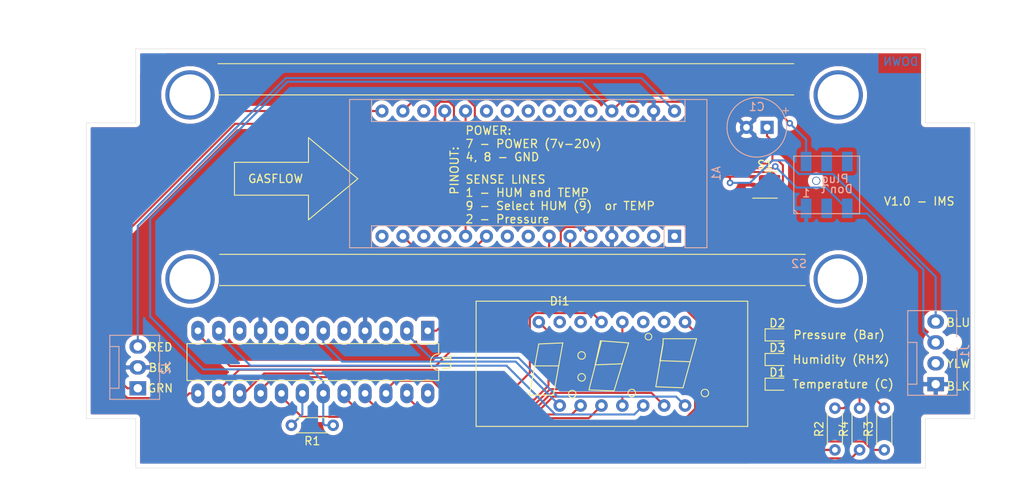
<source format=kicad_pcb>
(kicad_pcb (version 20171130) (host pcbnew "(5.1.0)-1")
  (layers (0 F.Cu signal) (31 B.Cu signal) (34 B.Paste user) (35 F.Paste user) (36 B.SilkS user) (37 F.SilkS user) (38 B.Mask user) (39 F.Mask user) (44 Edge.Cuts user))
  (net 0 "")
  (net 1 "Net-(A1-Pad1)")
  (net 2 +3V3)
  (net 3 "Net-(A1-Pad2)")
  (net 4 "Net-(A1-Pad18)")
  (net 5 "Net-(A1-Pad3)")
  (net 6 /A0)
  (net 7 GND)
  (net 8 /A1)
  (net 9 "Net-(A1-Pad5)")
  (net 10 "Net-(A1-Pad21)")
  (net 11 "Net-(A1-Pad6)")
  (net 12 "Net-(A1-Pad22)")
  (net 13 "Net-(A1-Pad7)")
  (net 14 "Net-(A1-Pad23)")
  (net 15 "Net-(A1-Pad8)")
  (net 16 "Net-(A1-Pad24)")
  (net 17 "Net-(A1-Pad9)")
  (net 18 "Net-(A1-Pad25)")
  (net 19 /D7)
  (net 20 "Net-(A1-Pad26)")
  (net 21 /D8)
  (net 22 +5V)
  (net 23 "Net-(A1-Pad12)")
  (net 24 "Net-(A1-Pad28)")
  (net 25 "Net-(A1-Pad13)")
  (net 26 /D11)
  (net 27 VCC)
  (net 28 "Net-(A1-Pad15)")
  (net 29 /D13)
  (net 30 /Di2)
  (net 31 /SE)
  (net 32 /SC)
  (net 33 /SD)
  (net 34 /Di1)
  (net 35 /SDP)
  (net 36 /Di0)
  (net 37 /SG)
  (net 38 "Net-(Di1-Pad9)")
  (net 39 "Net-(Di1-Pad10)")
  (net 40 /SB)
  (net 41 /SA)
  (net 42 "Net-(Di1-Pad13)")
  (net 43 "Net-(Di1-Pad14)")
  (net 44 /SF)
  (net 45 /YLW)
  (net 46 "Net-(R1-Pad2)")
  (net 47 "Net-(S1-Pad3)")
  (net 48 "Net-(S1-Pad4)")
  (net 49 "Net-(S2-Pad2)")
  (net 50 "Net-(S2-Pad4)")
  (net 51 "Net-(S2-Pad5)")
  (net 52 "Net-(U1-Pad3)")
  (net 53 "Net-(U1-Pad5)")
  (net 54 "Net-(U1-Pad7)")
  (net 55 "Net-(U1-Pad8)")
  (net 56 "Net-(U1-Pad10)")
  (net 57 "Net-(U1-Pad24)")
  (net 58 "Net-(D1-Pad2)")
  (net 59 "Net-(D2-Pad2)")
  (net 60 "Net-(D3-Pad2)")
  (module "00__Besi:ABPxx - LeadlessSMT" (layer B.Cu) (at 207 93.25)
    (fp_text reference S2 (at 0.635 6.096) (layer B.SilkS) (effects (justify mirror)))
    (fp_text value ABPLLNT010BGAA5)
    (fp_line (start 0 0) (end 0 -7) (layer B.SilkS) (width 0.12))
    (fp_line (start 0 -7) (end 8 -7) (layer B.SilkS) (width 0.12))
    (fp_line (start 8 -7) (end 8 0) (layer B.SilkS) (width 0.12))
    (fp_line (start 8 0) (end 0 0) (layer B.SilkS) (width 0.12))
    (fp_line (start 0 -0.5) (end 0.5 0) (layer B.SilkS) (width 0.12))
    (fp_text user 1 (at 1.5 -2.5) (layer B.SilkS) (effects (justify mirror)))
    (fp_text user Don't (at 5.25 -3) (layer B.SilkS) (effects (justify mirror)))
    (fp_text user Plug (at 5 -4.25) (layer B.SilkS) (effects (justify mirror)))
    (pad "" thru_hole circle (at 2.73 -4) (size 1 1) (drill 0.8) (layers *.Cu *.Mask))
    (pad 1 smd rect (at 1.5 0) (size 1.3 2.375) (drill (offset 0 -0.65)) (layers B.Cu B.Paste B.Mask) (net 7 GND))
    (pad 2 smd rect (at 4 0) (size 1.3 2.375) (drill (offset 0 -0.65)) (layers B.Cu B.Paste B.Mask) (net 49 "Net-(S2-Pad2)"))
    (pad 3 smd rect (at 6.5 0) (size 1.3 2.375) (drill (offset 0 -0.65)) (layers B.Cu B.Paste B.Mask) (net 8 /A1))
    (pad 4 smd rect (at 6.5 -7 180) (size 1.3 2.375) (drill (offset 0 -0.65)) (layers B.Cu B.Paste B.Mask) (net 50 "Net-(S2-Pad4)"))
    (pad 5 smd rect (at 4 -7 180) (size 1.3 2.375) (drill (offset 0 -0.65)) (layers B.Cu B.Paste B.Mask) (net 51 "Net-(S2-Pad5)"))
    (pad 6 smd rect (at 1.5 -7 180) (size 1.3 2.375) (drill (offset 0 -0.65)) (layers B.Cu B.Paste B.Mask) (net 22 +5V))
  )
  (module Module:Arduino_Nano (layer B.Cu) (at 192.5 96 90)
    (fp_text reference A1 (at 7.62 5.08 90) (layer B.SilkS) (effects (justify mirror)))
    (fp_text value Arduino_Nano_v3.x)
    (fp_line (start 1.27 -1.27) (end 1.27 1.27) (layer B.SilkS) (width 0.12))
    (fp_line (start 1.27 1.27) (end -1.4 1.27) (layer B.SilkS) (width 0.12))
    (fp_line (start -1.4 -1.27) (end -1.4 -39.5) (layer B.SilkS) (width 0.12))
    (fp_line (start -1.4 3.94) (end -1.4 1.27) (layer B.SilkS) (width 0.12))
    (fp_line (start 13.97 1.27) (end 16.64 1.27) (layer B.SilkS) (width 0.12))
    (fp_line (start 13.97 1.27) (end 13.97 -36.83) (layer B.SilkS) (width 0.12))
    (fp_line (start 13.97 -36.83) (end 16.64 -36.83) (layer B.SilkS) (width 0.12))
    (fp_line (start 1.27 -1.27) (end -1.4 -1.27) (layer B.SilkS) (width 0.12))
    (fp_line (start 1.27 -1.27) (end 1.27 -36.83) (layer B.SilkS) (width 0.12))
    (fp_line (start 1.27 -36.83) (end -1.4 -36.83) (layer B.SilkS) (width 0.12))
    (fp_line (start -1.4 -39.5) (end 16.64 -39.5) (layer B.SilkS) (width 0.12))
    (fp_line (start 16.64 -39.5) (end 16.64 3.94) (layer B.SilkS) (width 0.12))
    (fp_line (start 16.64 3.94) (end -1.4 3.94) (layer B.SilkS) (width 0.12))
    (pad 1 thru_hole rect (at 0 0 90) (size 1.6 1.6) (drill 0.8) (layers *.Cu *.Mask) (net 1 "Net-(A1-Pad1)"))
    (pad 17 thru_hole oval (at 15.24 -33.02 90) (size 1.6 1.6) (drill 0.8) (layers *.Cu *.Mask) (net 2 +3V3))
    (pad 2 thru_hole oval (at 0 -2.54 90) (size 1.6 1.6) (drill 0.8) (layers *.Cu *.Mask) (net 3 "Net-(A1-Pad2)"))
    (pad 18 thru_hole oval (at 15.24 -30.48 90) (size 1.6 1.6) (drill 0.8) (layers *.Cu *.Mask) (net 4 "Net-(A1-Pad18)"))
    (pad 3 thru_hole oval (at 0 -5.08 90) (size 1.6 1.6) (drill 0.8) (layers *.Cu *.Mask) (net 5 "Net-(A1-Pad3)"))
    (pad 19 thru_hole oval (at 15.24 -27.94 90) (size 1.6 1.6) (drill 0.8) (layers *.Cu *.Mask) (net 6 /A0))
    (pad 4 thru_hole oval (at 0 -7.62 90) (size 1.6 1.6) (drill 0.8) (layers *.Cu *.Mask) (net 7 GND))
    (pad 20 thru_hole oval (at 15.24 -25.4 90) (size 1.6 1.6) (drill 0.8) (layers *.Cu *.Mask) (net 8 /A1))
    (pad 5 thru_hole oval (at 0 -10.16 90) (size 1.6 1.6) (drill 0.8) (layers *.Cu *.Mask) (net 9 "Net-(A1-Pad5)"))
    (pad 21 thru_hole oval (at 15.24 -22.86 90) (size 1.6 1.6) (drill 0.8) (layers *.Cu *.Mask) (net 10 "Net-(A1-Pad21)"))
    (pad 6 thru_hole oval (at 0 -12.7 90) (size 1.6 1.6) (drill 0.8) (layers *.Cu *.Mask) (net 11 "Net-(A1-Pad6)"))
    (pad 22 thru_hole oval (at 15.24 -20.32 90) (size 1.6 1.6) (drill 0.8) (layers *.Cu *.Mask) (net 12 "Net-(A1-Pad22)"))
    (pad 7 thru_hole oval (at 0 -15.24 90) (size 1.6 1.6) (drill 0.8) (layers *.Cu *.Mask) (net 13 "Net-(A1-Pad7)"))
    (pad 23 thru_hole oval (at 15.24 -17.78 90) (size 1.6 1.6) (drill 0.8) (layers *.Cu *.Mask) (net 14 "Net-(A1-Pad23)"))
    (pad 8 thru_hole oval (at 0 -17.78 90) (size 1.6 1.6) (drill 0.8) (layers *.Cu *.Mask) (net 15 "Net-(A1-Pad8)"))
    (pad 24 thru_hole oval (at 15.24 -15.24 90) (size 1.6 1.6) (drill 0.8) (layers *.Cu *.Mask) (net 16 "Net-(A1-Pad24)"))
    (pad 9 thru_hole oval (at 0 -20.32 90) (size 1.6 1.6) (drill 0.8) (layers *.Cu *.Mask) (net 17 "Net-(A1-Pad9)"))
    (pad 25 thru_hole oval (at 15.24 -12.7 90) (size 1.6 1.6) (drill 0.8) (layers *.Cu *.Mask) (net 18 "Net-(A1-Pad25)"))
    (pad 10 thru_hole oval (at 0 -22.86 90) (size 1.6 1.6) (drill 0.8) (layers *.Cu *.Mask) (net 19 /D7))
    (pad 26 thru_hole oval (at 15.24 -10.16 90) (size 1.6 1.6) (drill 0.8) (layers *.Cu *.Mask) (net 20 "Net-(A1-Pad26)"))
    (pad 11 thru_hole oval (at 0 -25.4 90) (size 1.6 1.6) (drill 0.8) (layers *.Cu *.Mask) (net 21 /D8))
    (pad 27 thru_hole oval (at 15.24 -7.62 90) (size 1.6 1.6) (drill 0.8) (layers *.Cu *.Mask) (net 22 +5V))
    (pad 12 thru_hole oval (at 0 -27.94 90) (size 1.6 1.6) (drill 0.8) (layers *.Cu *.Mask) (net 23 "Net-(A1-Pad12)"))
    (pad 28 thru_hole oval (at 15.24 -5.08 90) (size 1.6 1.6) (drill 0.8) (layers *.Cu *.Mask) (net 24 "Net-(A1-Pad28)"))
    (pad 13 thru_hole oval (at 0 -30.48 90) (size 1.6 1.6) (drill 0.8) (layers *.Cu *.Mask) (net 25 "Net-(A1-Pad13)"))
    (pad 29 thru_hole oval (at 15.24 -2.54 90) (size 1.6 1.6) (drill 0.8) (layers *.Cu *.Mask) (net 7 GND))
    (pad 14 thru_hole oval (at 0 -33.02 90) (size 1.6 1.6) (drill 0.8) (layers *.Cu *.Mask) (net 26 /D11))
    (pad 30 thru_hole oval (at 15.24 0 90) (size 1.6 1.6) (drill 0.8) (layers *.Cu *.Mask) (net 27 VCC))
    (pad 15 thru_hole oval (at 0 -35.56 90) (size 1.6 1.6) (drill 0.8) (layers *.Cu *.Mask) (net 28 "Net-(A1-Pad15)"))
    (pad 16 thru_hole oval (at 15.24 -35.56 90) (size 1.6 1.6) (drill 0.8) (layers *.Cu *.Mask) (net 29 /D13))
  )
  (module Capacitor_THT:CP_Radial_Tantal_D7.0mm_P2.50mm (layer B.Cu) (at 203.75 82.75 180)
    (fp_text reference C1 (at 1.25 2.5 180) (layer B.SilkS) (effects (justify mirror)))
    (fp_text value 100nF)
    (fp_circle (center 1.25 0) (end 4.87 0) (layer B.SilkS) (width 0.12))
    (fp_line (start -2.624723 2.035) (end -1.924723 2.035) (layer B.SilkS) (width 0.12))
    (fp_line (start -2.274723 2.385) (end -2.274723 1.685) (layer B.SilkS) (width 0.12))
    (pad 1 thru_hole rect (at 0 0 180) (size 1.6 1.6) (drill 0.8) (layers *.Cu *.Mask) (net 2 +3V3))
    (pad 2 thru_hole circle (at 2.5 0 180) (size 1.6 1.6) (drill 0.8) (layers *.Cu *.Mask) (net 7 GND))
  )
  (module 00__Besi:HDSP-433G (layer F.Cu) (at 178.54 106.44)
    (fp_text reference Di1 (at 0 -2.54) (layer F.SilkS))
    (fp_text value HDSP-433G)
    (fp_line (start 0 12.7) (end 22.86 12.7) (layer F.SilkS) (width 0.12))
    (fp_line (start 22.86 12.7) (end 22.86 -2.54) (layer F.SilkS) (width 0.12))
    (fp_line (start 22.86 -2.54) (end -10.16 -2.54) (layer F.SilkS) (width 0.12))
    (fp_line (start -10.16 -2.54) (end -10.16 12.7) (layer F.SilkS) (width 0.12))
    (fp_line (start -10.16 12.7) (end 0 12.7) (layer F.SilkS) (width 0.12))
    (fp_circle (center 2.667 4.064) (end 2.921 4.445) (layer F.SilkS) (width 0.12))
    (fp_circle (center 2.667 6.731) (end 2.921 7.112) (layer F.SilkS) (width 0.12))
    (fp_circle (center 1.524 8.763) (end 1.905 9.017) (layer F.SilkS) (width 0.12))
    (fp_circle (center 8.763 8.636) (end 9.017 9.017) (layer F.SilkS) (width 0.12))
    (fp_circle (center 10.795 1.778) (end 11.176 1.905) (layer F.SilkS) (width 0.12))
    (fp_circle (center 17.653 8.636) (end 18.034 8.89) (layer F.SilkS) (width 0.12))
    (fp_line (start -2.54 2.667) (end -3.683 8.89) (layer F.SilkS) (width 0.12))
    (fp_line (start -3.683 8.89) (end -0.762 8.89) (layer F.SilkS) (width 0.12))
    (fp_line (start -0.762 8.89) (end 0.381 2.54) (layer F.SilkS) (width 0.12))
    (fp_line (start 0.381 2.54) (end -2.54 2.667) (layer F.SilkS) (width 0.12))
    (fp_line (start -3.048 5.334) (end -0.127 5.334) (layer F.SilkS) (width 0.12))
    (fp_line (start 5.08 2.286) (end 3.556 8.255) (layer F.SilkS) (width 0.12))
    (fp_line (start 3.556 8.255) (end 6.604 8.382) (layer F.SilkS) (width 0.12))
    (fp_line (start 6.604 8.382) (end 8.382 2.54) (layer F.SilkS) (width 0.12))
    (fp_line (start 8.382 2.54) (end 4.953 2.286) (layer F.SilkS) (width 0.12))
    (fp_line (start 4.953 2.286) (end 4.318 5.207) (layer F.SilkS) (width 0.12))
    (fp_line (start 4.318 5.207) (end 7.62 5.08) (layer F.SilkS) (width 0.12))
    (fp_line (start 12.573 2.667) (end 11.684 7.874) (layer F.SilkS) (width 0.12))
    (fp_line (start 11.684 7.874) (end 14.986 8.001) (layer F.SilkS) (width 0.12))
    (fp_line (start 14.986 8.001) (end 16.637 2.032) (layer F.SilkS) (width 0.12))
    (fp_line (start 16.637 2.032) (end 12.573 2.032) (layer F.SilkS) (width 0.12))
    (fp_line (start 12.573 2.032) (end 12.573 2.54) (layer F.SilkS) (width 0.12))
    (fp_line (start 12.573 2.54) (end 12.192 4.699) (layer F.SilkS) (width 0.12))
    (fp_line (start 12.192 4.699) (end 15.875 4.826) (layer F.SilkS) (width 0.12))
    (pad 1 thru_hole circle (at 0 10.16) (size 1.524 1.524) (drill 0.762) (layers *.Cu *.Mask) (net 30 /Di2))
    (pad 2 thru_hole circle (at 2.54 10.16) (size 1.524 1.524) (drill 0.762) (layers *.Cu *.Mask) (net 31 /SE))
    (pad 3 thru_hole circle (at 5.08 10.16) (size 1.524 1.524) (drill 0.762) (layers *.Cu *.Mask) (net 32 /SC))
    (pad 4 thru_hole circle (at 7.62 10.16) (size 1.524 1.524) (drill 0.762) (layers *.Cu *.Mask) (net 33 /SD))
    (pad 5 thru_hole circle (at 10.16 10.16) (size 1.524 1.524) (drill 0.762) (layers *.Cu *.Mask) (net 34 /Di1))
    (pad 6 thru_hole circle (at 12.7 10.16) (size 1.524 1.524) (drill 0.762) (layers *.Cu *.Mask) (net 35 /SDP))
    (pad 7 thru_hole circle (at 15.24 10.16) (size 1.524 1.524) (drill 0.762) (layers *.Cu *.Mask) (net 36 /Di0))
    (pad 8 thru_hole circle (at 15.24 0) (size 1.524 1.524) (drill 0.762) (layers *.Cu *.Mask) (net 37 /SG))
    (pad 9 thru_hole circle (at 12.7 0) (size 1.524 1.524) (drill 0.762) (layers *.Cu *.Mask) (net 38 "Net-(Di1-Pad9)"))
    (pad 10 thru_hole circle (at 10.16 0) (size 1.524 1.524) (drill 0.762) (layers *.Cu *.Mask) (net 39 "Net-(Di1-Pad10)"))
    (pad 11 thru_hole circle (at 7.62 0) (size 1.524 1.524) (drill 0.762) (layers *.Cu *.Mask) (net 40 /SB))
    (pad 12 thru_hole circle (at 5.08 0) (size 1.524 1.524) (drill 0.762) (layers *.Cu *.Mask) (net 41 /SA))
    (pad 13 thru_hole circle (at 2.54 0) (size 1.524 1.524) (drill 0.762) (layers *.Cu *.Mask) (net 42 "Net-(Di1-Pad13)"))
    (pad 14 thru_hole circle (at 0 0) (size 1.524 1.524) (drill 0.762) (layers *.Cu *.Mask) (net 43 "Net-(Di1-Pad14)"))
    (pad 15 thru_hole circle (at -2.54 0) (size 1.524 1.524) (drill 0.762) (layers *.Cu *.Mask) (net 44 /SF))
  )
  (module Connector:FanPinHeader_1x04_P2.54mm_Vertical (layer B.Cu) (at 224.25 114 90)
    (fp_text reference J1 (at 4 3.55 90) (layer B.SilkS) (effects (justify mirror)))
    (fp_text value 4P-BYOB-Conn)
    (fp_line (start -1.35 2.6) (end 4.4 2.6) (layer B.SilkS) (width 0.12))
    (fp_line (start 5.75 2.55) (end 8.95 2.55) (layer B.SilkS) (width 0.12))
    (fp_line (start 8.95 2.55) (end 8.95 -3.4) (layer B.SilkS) (width 0.12))
    (fp_line (start 8.95 -3.4) (end -1.35 -3.4) (layer B.SilkS) (width 0.12))
    (fp_line (start -1.35 -3.4) (end -1.35 2.6) (layer B.SilkS) (width 0.12))
    (fp_line (start 0 -3.3) (end 0 -2.29) (layer B.SilkS) (width 0.12))
    (fp_line (start 0 -2.29) (end 5.08 -2.29) (layer B.SilkS) (width 0.12))
    (fp_line (start 5.08 -2.29) (end 5.08 -3.3) (layer B.SilkS) (width 0.12))
    (pad 1 thru_hole rect (at 0 0) (size 2.03 1.73) (drill 1.02) (layers *.Cu *.Mask) (net 7 GND))
    (pad 2 thru_hole oval (at 2.54 0) (size 2.03 1.73) (drill 1.02) (layers *.Cu *.Mask) (net 45 /YLW))
    (pad 3 thru_hole oval (at 5.08 0) (size 2.03 1.73) (drill 1.02) (layers *.Cu *.Mask) (net 8 /A1))
    (pad 4 thru_hole oval (at 7.62 0) (size 2.03 1.73) (drill 1.02) (layers *.Cu *.Mask) (net 6 /A0))
    (pad "" np_thru_hole circle (at 5.08 2.16) (size 1.1 1.1) (drill 1.1) (layers *.Cu *.Mask))
  )
  (module Connector:FanPinHeader_1x03_P2.54mm_Vertical (layer B.Cu) (at 127.25 114.5 90)
    (fp_text reference J2 (at 2.5 3.4 90) (layer B.SilkS) (effects (justify mirror)))
    (fp_text value 3P-RBG-Conn)
    (fp_line (start -1.35 -3.4) (end -1.35 2.65) (layer B.SilkS) (width 0.12))
    (fp_line (start -1.35 2.65) (end 6.45 2.65) (layer B.SilkS) (width 0.12))
    (fp_line (start 6.45 2.65) (end 6.45 -3.4) (layer B.SilkS) (width 0.12))
    (fp_line (start 6.45 -3.4) (end -1.35 -3.4) (layer B.SilkS) (width 0.12))
    (fp_line (start 0 -3.3) (end 0 -2.29) (layer B.SilkS) (width 0.12))
    (fp_line (start 0 -2.29) (end 5.08 -2.29) (layer B.SilkS) (width 0.12))
    (fp_line (start 5.08 -2.29) (end 5.08 -3.3) (layer B.SilkS) (width 0.12))
    (pad 1 thru_hole rect (at 0 0) (size 2.03 1.73) (drill 1.02) (layers *.Cu *.Mask) (net 21 /D8))
    (pad 2 thru_hole oval (at 2.54 0) (size 2.03 1.73) (drill 1.02) (layers *.Cu *.Mask) (net 7 GND))
    (pad 3 thru_hole oval (at 5.08 0) (size 2.03 1.73) (drill 1.02) (layers *.Cu *.Mask) (net 27 VCC))
  )
  (module Resistor_THT:R_Axial_DIN0204_L3.6mm_D1.6mm_P5.08mm_Horizontal (layer F.Cu) (at 151 119 180)
    (fp_text reference R1 (at 2.54 -1.92 180) (layer F.SilkS))
    (fp_text value 30k)
    (fp_line (start 0.62 -0.92) (end 4.46 -0.92) (layer F.SilkS) (width 0.12))
    (fp_line (start 0.62 0.92) (end 4.46 0.92) (layer F.SilkS) (width 0.12))
    (pad 1 thru_hole circle (at 0 0 180) (size 1.4 1.4) (drill 0.7) (layers *.Cu *.Mask) (net 22 +5V))
    (pad 2 thru_hole oval (at 5.08 0 180) (size 1.4 1.4) (drill 0.7) (layers *.Cu *.Mask) (net 46 "Net-(R1-Pad2)"))
  )
  (module Package_DFN_QFN:DFN-6-1EP_3x3mm_P1mm_EP1.5x2.4mm (layer F.Cu) (at 203.5 89.75)
    (fp_text reference S1 (at 0 -2.45) (layer F.SilkS))
    (fp_text value SHT21P)
    (fp_line (start 0 -1.61) (end 1.5 -1.61) (layer F.SilkS) (width 0.12))
    (fp_line (start -1.5 1.61) (end 1.5 1.61) (layer F.SilkS) (width 0.12))
    (pad 7 smd roundrect (at 0 0) (size 1.5 2.4) (layers F.Cu F.Mask) (roundrect_rratio 0.167) (net 7 GND))
    (pad 1 smd roundrect (at -1.45 -1) (size 0.8 0.4) (layers F.Cu F.Paste F.Mask) (net 6 /A0))
    (pad 2 smd roundrect (at -1.45 0) (size 0.8 0.4) (layers F.Cu F.Paste F.Mask) (net 7 GND))
    (pad 3 smd roundrect (at -1.45 1) (size 0.8 0.4) (layers F.Cu F.Paste F.Mask) (net 47 "Net-(S1-Pad3)"))
    (pad 4 smd roundrect (at 1.45 1) (size 0.8 0.4) (layers F.Cu F.Paste F.Mask) (net 48 "Net-(S1-Pad4)"))
    (pad 5 smd roundrect (at 1.45 0) (size 0.8 0.4) (layers F.Cu F.Paste F.Mask) (net 2 +3V3))
    (pad 6 smd roundrect (at 1.45 -1) (size 0.8 0.4) (layers F.Cu F.Paste F.Mask) (net 21 /D8))
  )
  (module Package_DIP:DIP-24_W7.62mm_LongPads (layer F.Cu) (at 162.5 107.5 270)
    (fp_text reference U1 (at 3.81 -2.33 270) (layer F.SilkS))
    (fp_text value MAX7221)
    (fp_arc (start 3.81 -1.33) (end 2.81 -1.33) (angle -180) (layer F.SilkS) (width 0.12))
    (fp_line (start 2.81 -1.33) (end 1.56 -1.33) (layer F.SilkS) (width 0.12))
    (fp_line (start 1.56 -1.33) (end 1.56 29.27) (layer F.SilkS) (width 0.12))
    (fp_line (start 1.56 29.27) (end 6.06 29.27) (layer F.SilkS) (width 0.12))
    (fp_line (start 6.06 29.27) (end 6.06 -1.33) (layer F.SilkS) (width 0.12))
    (fp_line (start 6.06 -1.33) (end 4.81 -1.33) (layer F.SilkS) (width 0.12))
    (pad 1 thru_hole rect (at 0 0 270) (size 2.4 1.6) (drill 0.8) (layers *.Cu *.Mask) (net 26 /D11))
    (pad 13 thru_hole oval (at 7.62 27.94 270) (size 2.4 1.6) (drill 0.8) (layers *.Cu *.Mask) (net 29 /D13))
    (pad 2 thru_hole oval (at 0 2.54 270) (size 2.4 1.6) (drill 0.8) (layers *.Cu *.Mask) (net 36 /Di0))
    (pad 14 thru_hole oval (at 7.62 25.4 270) (size 2.4 1.6) (drill 0.8) (layers *.Cu *.Mask) (net 41 /SA))
    (pad 3 thru_hole oval (at 0 5.08 270) (size 2.4 1.6) (drill 0.8) (layers *.Cu *.Mask) (net 52 "Net-(U1-Pad3)"))
    (pad 15 thru_hole oval (at 7.62 22.86 270) (size 2.4 1.6) (drill 0.8) (layers *.Cu *.Mask) (net 44 /SF))
    (pad 4 thru_hole oval (at 0 7.62 270) (size 2.4 1.6) (drill 0.8) (layers *.Cu *.Mask) (net 7 GND))
    (pad 16 thru_hole oval (at 7.62 20.32 270) (size 2.4 1.6) (drill 0.8) (layers *.Cu *.Mask) (net 40 /SB))
    (pad 5 thru_hole oval (at 0 10.16 270) (size 2.4 1.6) (drill 0.8) (layers *.Cu *.Mask) (net 53 "Net-(U1-Pad5)"))
    (pad 17 thru_hole oval (at 7.62 17.78 270) (size 2.4 1.6) (drill 0.8) (layers *.Cu *.Mask) (net 37 /SG))
    (pad 6 thru_hole oval (at 0 12.7 270) (size 2.4 1.6) (drill 0.8) (layers *.Cu *.Mask) (net 30 /Di2))
    (pad 18 thru_hole oval (at 7.62 15.24 270) (size 2.4 1.6) (drill 0.8) (layers *.Cu *.Mask) (net 46 "Net-(R1-Pad2)"))
    (pad 7 thru_hole oval (at 0 15.24 270) (size 2.4 1.6) (drill 0.8) (layers *.Cu *.Mask) (net 54 "Net-(U1-Pad7)"))
    (pad 19 thru_hole oval (at 7.62 12.7 270) (size 2.4 1.6) (drill 0.8) (layers *.Cu *.Mask) (net 22 +5V))
    (pad 8 thru_hole oval (at 0 17.78 270) (size 2.4 1.6) (drill 0.8) (layers *.Cu *.Mask) (net 55 "Net-(U1-Pad8)"))
    (pad 20 thru_hole oval (at 7.62 10.16 270) (size 2.4 1.6) (drill 0.8) (layers *.Cu *.Mask) (net 32 /SC))
    (pad 9 thru_hole oval (at 0 20.32 270) (size 2.4 1.6) (drill 0.8) (layers *.Cu *.Mask) (net 7 GND))
    (pad 21 thru_hole oval (at 7.62 7.62 270) (size 2.4 1.6) (drill 0.8) (layers *.Cu *.Mask) (net 31 /SE))
    (pad 10 thru_hole oval (at 0 22.86 270) (size 2.4 1.6) (drill 0.8) (layers *.Cu *.Mask) (net 56 "Net-(U1-Pad10)"))
    (pad 22 thru_hole oval (at 7.62 5.08 270) (size 2.4 1.6) (drill 0.8) (layers *.Cu *.Mask) (net 35 /SDP))
    (pad 11 thru_hole oval (at 0 25.4 270) (size 2.4 1.6) (drill 0.8) (layers *.Cu *.Mask) (net 34 /Di1))
    (pad 23 thru_hole oval (at 7.62 2.54 270) (size 2.4 1.6) (drill 0.8) (layers *.Cu *.Mask) (net 33 /SD))
    (pad 12 thru_hole oval (at 0 27.94 270) (size 2.4 1.6) (drill 0.8) (layers *.Cu *.Mask) (net 19 /D7))
    (pad 24 thru_hole oval (at 7.62 0 270) (size 2.4 1.6) (drill 0.8) (layers *.Cu *.Mask) (net 57 "Net-(U1-Pad24)"))
  )
  (module LED_SMD:LED_0603_1608Metric (layer F.Cu) (at 205 114)
    (fp_text reference D1 (at 0 -1.43) (layer F.SilkS))
    (fp_text value " ")
    (fp_line (start 0.8 -0.735) (end -1.485 -0.735) (layer F.SilkS) (width 0.12))
    (fp_line (start -1.485 -0.735) (end -1.485 0.735) (layer F.SilkS) (width 0.12))
    (fp_line (start -1.485 0.735) (end 0.8 0.735) (layer F.SilkS) (width 0.12))
    (pad 1 smd roundrect (at -0.7875 0) (size 0.875 0.95) (layers F.Cu F.Paste F.Mask) (net 7 GND))
    (pad 2 smd roundrect (at 0.7875 0) (size 0.875 0.95) (layers F.Cu F.Paste F.Mask) (net 58 "Net-(D1-Pad2)"))
  )
  (module LED_SMD:LED_0603_1608Metric (layer F.Cu) (at 205 108)
    (fp_text reference D2 (at 0 -1.43) (layer F.SilkS))
    (fp_text value " ")
    (fp_line (start -1.485 0.735) (end 0.8 0.735) (layer F.SilkS) (width 0.12))
    (fp_line (start -1.485 -0.735) (end -1.485 0.735) (layer F.SilkS) (width 0.12))
    (fp_line (start 0.8 -0.735) (end -1.485 -0.735) (layer F.SilkS) (width 0.12))
    (pad 2 smd roundrect (at 0.7875 0) (size 0.875 0.95) (layers F.Cu F.Paste F.Mask) (net 59 "Net-(D2-Pad2)"))
    (pad 1 smd roundrect (at -0.7875 0) (size 0.875 0.95) (layers F.Cu F.Paste F.Mask) (net 7 GND))
  )
  (module LED_SMD:LED_0603_1608Metric (layer F.Cu) (at 205 111)
    (fp_text reference D3 (at 0 -1.43) (layer F.SilkS))
    (fp_text value " ")
    (fp_line (start 0.8 -0.735) (end -1.485 -0.735) (layer F.SilkS) (width 0.12))
    (fp_line (start -1.485 -0.735) (end -1.485 0.735) (layer F.SilkS) (width 0.12))
    (fp_line (start -1.485 0.735) (end 0.8 0.735) (layer F.SilkS) (width 0.12))
    (pad 1 smd roundrect (at -0.7875 0) (size 0.875 0.95) (layers F.Cu F.Paste F.Mask) (net 7 GND))
    (pad 2 smd roundrect (at 0.7875 0) (size 0.875 0.95) (layers F.Cu F.Paste F.Mask) (net 60 "Net-(D3-Pad2)"))
  )
  (module Resistor_THT:R_Axial_DIN0204_L3.6mm_D1.6mm_P5.08mm_Horizontal (layer F.Cu) (at 212 122 90)
    (fp_text reference R2 (at 2.54 -1.92 90) (layer F.SilkS))
    (fp_text value " ")
    (fp_line (start 0.62 -0.92) (end 4.46 -0.92) (layer F.SilkS) (width 0.12))
    (fp_line (start 0.62 0.92) (end 4.46 0.92) (layer F.SilkS) (width 0.12))
    (pad 1 thru_hole circle (at 0 0 90) (size 1.4 1.4) (drill 0.7) (layers *.Cu *.Mask) (net 9 "Net-(A1-Pad5)"))
    (pad 2 thru_hole oval (at 5.08 0 90) (size 1.4 1.4) (drill 0.7) (layers *.Cu *.Mask) (net 58 "Net-(D1-Pad2)"))
  )
  (module Resistor_THT:R_Axial_DIN0204_L3.6mm_D1.6mm_P5.08mm_Horizontal (layer F.Cu) (at 218 122 90)
    (fp_text reference R3 (at 2.54 -1.92 90) (layer F.SilkS))
    (fp_text value " ")
    (fp_line (start 0.62 0.92) (end 4.46 0.92) (layer F.SilkS) (width 0.12))
    (fp_line (start 0.62 -0.92) (end 4.46 -0.92) (layer F.SilkS) (width 0.12))
    (pad 2 thru_hole oval (at 5.08 0 90) (size 1.4 1.4) (drill 0.7) (layers *.Cu *.Mask) (net 59 "Net-(D2-Pad2)"))
    (pad 1 thru_hole circle (at 0 0 90) (size 1.4 1.4) (drill 0.7) (layers *.Cu *.Mask) (net 11 "Net-(A1-Pad6)"))
  )
  (module Resistor_THT:R_Axial_DIN0204_L3.6mm_D1.6mm_P5.08mm_Horizontal (layer F.Cu) (at 215 122 90)
    (fp_text reference R4 (at 2.54 -1.92 90) (layer F.SilkS))
    (fp_text value " ")
    (fp_line (start 0.62 -0.92) (end 4.46 -0.92) (layer F.SilkS) (width 0.12))
    (fp_line (start 0.62 0.92) (end 4.46 0.92) (layer F.SilkS) (width 0.12))
    (pad 1 thru_hole circle (at 0 0 90) (size 1.4 1.4) (drill 0.7) (layers *.Cu *.Mask) (net 13 "Net-(A1-Pad7)"))
    (pad 2 thru_hole oval (at 5.08 0 90) (size 1.4 1.4) (drill 0.7) (layers *.Cu *.Mask) (net 60 "Net-(D3-Pad2)"))
  )
  (gr_text "SENSE LINES\n1 - HUM and TEMP\n9 - Select HUM (~9~)  or TEMP\n2 - Pressure" (at 167 91.5) (layer F.SilkS) (effects (font (size 1 1)) (justify left)))
  (gr_text BLU (at 227 106.5) (layer F.SilkS) (effects (font (size 1 1))))
  (gr_text YLW (at 227 111.5) (layer F.SilkS) (effects (font (size 1 1))))
  (gr_text BLK (at 227 114.25) (layer F.SilkS) (effects (font (size 1 1))))
  (gr_text GRN (at 130 114.5) (layer F.SilkS) (effects (font (size 1 1))))
  (gr_text BLK (at 130 112) (layer F.SilkS) (effects (font (size 1 1))))
  (gr_text RED (at 130 109.5) (layer F.SilkS) (effects (font (size 1 1))))
  (gr_text "POWER:\n7 - POWER (7v-20v)\n4, 8 - GND" (at 167 84.75) (layer F.SilkS) (effects (font (size 1 1)) (justify left)))
  (gr_text PINOUT: (at 165.75 88 90) (layer F.SilkS) (effects (font (size 1 1))))
  (gr_text "V1.0 - IMS" (at 222.25 91.75) (layer F.SilkS) (effects (font (size 1 1))))
  (gr_text "B. Sejdijaj" (at 136.75 121) (layer F.Cu) (effects (font (size 1 1))))
  (gr_text Pressure (at 221.25 90) (layer F.Cu) (effects (font (size 1 1))))
  (gr_text Temperature (at 222.75 88.75) (layer F.Cu) (effects (font (size 1 1))))
  (gr_text "Humidity\n" (at 221.25 87.5) (layer F.Cu) (effects (font (size 1 1))))
  (gr_text "Sensor for:" (at 222.25 86) (layer F.Cu) (effects (font (size 1 1))))
  (gr_text "07 - 2019" (at 137 119.5) (layer F.Cu) (effects (font (size 1 1))))
  (gr_text "DOWN\n" (at 220 74.75) (layer B.Cu) (effects (font (size 1 1)) (justify mirror)))
  (gr_text "Temperature (C)" (at 213 114) (layer F.SilkS) (effects (font (size 1 1))))
  (gr_text "Humidity (RH%)" (at 212.75 111) (layer F.SilkS) (effects (font (size 1 1))))
  (gr_text "Pressure (Bar)" (at 212.5 108) (layer F.SilkS) (effects (font (size 1 1))))
  (gr_text "GASFLOW\n" (at 144 89) (layer F.SilkS) (effects (font (size 1 1))))
  (gr_line (start 148 87) (end 139 87) (layer F.SilkS) (width 0.12))
  (gr_line (start 148 84) (end 148 87) (layer F.SilkS) (width 0.12))
  (gr_line (start 154 89) (end 148 84) (layer F.SilkS) (width 0.12))
  (gr_line (start 148 94) (end 154 89) (layer F.SilkS) (width 0.12))
  (gr_line (start 148 91) (end 148 94) (layer F.SilkS) (width 0.12))
  (gr_line (start 139 91) (end 148 91) (layer F.SilkS) (width 0.12))
  (gr_line (start 139 87) (end 139 91) (layer F.SilkS) (width 0.12))
  (gr_line (start 208.4 98.2) (end 137.2 98.2) (layer F.SilkS) (width 0.12))
  (gr_line (start 137.2 102) (end 208.4 102) (layer F.SilkS) (width 0.12))
  (gr_line (start 137 75) (end 207 75) (layer F.SilkS) (width 0.12))
  (gr_line (start 137 78.8) (end 207 78.8) (layer F.SilkS) (width 0.12))
  (gr_text UP (at 129 74.8) (layer F.Cu) (effects (font (size 1 1))))
  (gr_line (start 127 82.2) (end 127 73.2) (layer Edge.Cuts) (width 0.05))
  (gr_line (start 121 82.2) (end 127 82.2) (layer Edge.Cuts) (width 0.05))
  (gr_line (start 121 118.2) (end 121 82.2) (layer Edge.Cuts) (width 0.05))
  (gr_line (start 127 118.2) (end 121 118.2) (layer Edge.Cuts) (width 0.05))
  (gr_line (start 127 124.2) (end 127 118.2) (layer Edge.Cuts) (width 0.05))
  (gr_line (start 223 124.2) (end 127 124.2) (layer Edge.Cuts) (width 0.05))
  (gr_line (start 223 118.2) (end 223 124.2) (layer Edge.Cuts) (width 0.05))
  (gr_line (start 229 118.2) (end 223 118.2) (layer Edge.Cuts) (width 0.05))
  (gr_line (start 229 82.2) (end 229 118.2) (layer Edge.Cuts) (width 0.05))
  (gr_line (start 223 82.2) (end 229 82.2) (layer Edge.Cuts) (width 0.05))
  (gr_line (start 223 73.2) (end 223 82.2) (layer Edge.Cuts) (width 0.05))
  (gr_line (start 127 73.2) (end 223 73.2) (layer Edge.Cuts) (width 0.05))
  (via (at 212.4 78.8) (size 6) (drill 5) (layers F.Cu B.Cu) (net 0))
  (via (at 133.6 78.8) (size 6) (drill 5) (layers F.Cu B.Cu) (net 0))
  (via (at 133.6 101.2) (size 6) (drill 5) (layers F.Cu B.Cu) (net 0))
  (via (at 212.4 101.2) (size 6) (drill 5) (layers F.Cu B.Cu) (net 0))
  (segment (start 204.401999 86.774999) (end 204.024999 87.151999) (width 0.25) (layer F.Cu) (net 2))
  (segment (start 205.098001 86.774999) (end 204.401999 86.774999) (width 0.25) (layer F.Cu) (net 2))
  (segment (start 205.67501 87.352008) (end 205.098001 86.774999) (width 0.25) (layer F.Cu) (net 2))
  (segment (start 205.67501 89.52499) (end 205.67501 87.352008) (width 0.25) (layer F.Cu) (net 2))
  (segment (start 204.95 89.75) (end 205.45 89.75) (width 0.25) (layer F.Cu) (net 2))
  (segment (start 205.45 89.75) (end 205.67501 89.52499) (width 0.25) (layer F.Cu) (net 2))
  (segment (start 204.024999 87.151999) (end 168.598001 87.151999) (width 0.25) (layer F.Cu) (net 2))
  (segment (start 167.189991 79.184989) (end 161.055011 79.184989) (width 0.25) (layer F.Cu) (net 2))
  (segment (start 168.225001 80.219999) (end 167.189991 79.184989) (width 0.25) (layer F.Cu) (net 2))
  (segment (start 168.225001 86.778999) (end 168.225001 80.219999) (width 0.25) (layer F.Cu) (net 2))
  (segment (start 160.279999 79.960001) (end 159.48 80.76) (width 0.25) (layer F.Cu) (net 2))
  (segment (start 161.055011 79.184989) (end 160.279999 79.960001) (width 0.25) (layer F.Cu) (net 2))
  (segment (start 168.598001 87.151999) (end 168.225001 86.778999) (width 0.25) (layer F.Cu) (net 2))
  (segment (start 204.401999 84.451999) (end 204.401999 86.774999) (width 0.25) (layer F.Cu) (net 2))
  (segment (start 203.75 83.8) (end 204.401999 84.451999) (width 0.25) (layer F.Cu) (net 2))
  (segment (start 203.75 82.75) (end 203.75 83.8) (width 0.25) (layer F.Cu) (net 2))
  (via (at 199.25 89.5) (size 0.8) (drill 0.4) (layers F.Cu B.Cu) (net 6))
  (segment (start 164.56 86.56) (end 164.56 80.76) (width 0.25) (layer F.Cu) (net 6))
  (segment (start 166.75 88.75) (end 164.56 86.56) (width 0.25) (layer F.Cu) (net 6))
  (segment (start 199.065685 88.75) (end 199 88.75) (width 0.25) (layer F.Cu) (net 6))
  (segment (start 199.25 88.934315) (end 199.065685 88.75) (width 0.25) (layer F.Cu) (net 6))
  (segment (start 199.25 89.5) (end 199.25 88.934315) (width 0.25) (layer F.Cu) (net 6))
  (segment (start 202.05 88.75) (end 199 88.75) (width 0.25) (layer F.Cu) (net 6))
  (segment (start 199 88.75) (end 166.75 88.75) (width 0.25) (layer F.Cu) (net 6))
  (segment (start 224.25 105.265) (end 224.25 106.38) (width 0.25) (layer B.Cu) (net 6))
  (segment (start 224.25 100.927498) (end 224.25 105.265) (width 0.25) (layer B.Cu) (net 6))
  (segment (start 211.747501 88.424999) (end 224.25 100.927498) (width 0.25) (layer B.Cu) (net 6))
  (segment (start 207.602497 88.424999) (end 211.747501 88.424999) (width 0.25) (layer B.Cu) (net 6))
  (segment (start 205.952497 86.774999) (end 207.602497 88.424999) (width 0.25) (layer B.Cu) (net 6))
  (segment (start 204.401999 86.774999) (end 205.952497 86.774999) (width 0.25) (layer B.Cu) (net 6))
  (segment (start 201.676998 89.5) (end 204.401999 86.774999) (width 0.25) (layer B.Cu) (net 6))
  (segment (start 199.25 89.5) (end 201.676998 89.5) (width 0.25) (layer B.Cu) (net 6))
  (segment (start 202.05 89.75) (end 203.5 89.75) (width 0.25) (layer F.Cu) (net 7))
  (via (at 204.75 87.5) (size 0.8) (drill 0.4) (layers F.Cu B.Cu) (net 8))
  (segment (start 207.325001 90.075001) (end 204.75 87.5) (width 0.25) (layer B.Cu) (net 8))
  (segment (start 210.897503 90.075001) (end 207.325001 90.075001) (width 0.25) (layer B.Cu) (net 8))
  (segment (start 213.5 93.25) (end 213.5 92.677498) (width 0.25) (layer B.Cu) (net 8))
  (segment (start 213.5 92.677498) (end 210.897503 90.075001) (width 0.25) (layer B.Cu) (net 8))
  (segment (start 167.1 86.35) (end 167.1 80.76) (width 0.25) (layer F.Cu) (net 8))
  (segment (start 204.75 87.5) (end 204.518215 87.731785) (width 0.25) (layer F.Cu) (net 8))
  (segment (start 168.481785 87.731785) (end 167.1 86.35) (width 0.25) (layer F.Cu) (net 8))
  (segment (start 204.518215 87.731785) (end 168.481785 87.731785) (width 0.25) (layer F.Cu) (net 8))
  (segment (start 213.5 93.25) (end 215.936092 93.25) (width 0.25) (layer B.Cu) (net 8))
  (segment (start 215.936092 93.25) (end 222.75 100.063908) (width 0.25) (layer B.Cu) (net 8))
  (segment (start 224.1 108.92) (end 224.25 108.92) (width 0.25) (layer B.Cu) (net 8))
  (segment (start 222.75 107.57) (end 224.1 108.92) (width 0.25) (layer B.Cu) (net 8))
  (segment (start 222.75 100.063908) (end 222.75 107.57) (width 0.25) (layer B.Cu) (net 8))
  (segment (start 212 122) (end 211.010051 122) (width 0.25) (layer F.Cu) (net 9))
  (segment (start 201.63641 122) (end 212 122) (width 0.25) (layer F.Cu) (net 9))
  (segment (start 195.95001 116.3136) (end 201.63641 122) (width 0.25) (layer F.Cu) (net 9))
  (segment (start 195.95001 106.364838) (end 195.95001 116.3136) (width 0.25) (layer F.Cu) (net 9))
  (segment (start 194.038152 104.45298) (end 195.95001 106.364838) (width 0.25) (layer F.Cu) (net 9))
  (segment (start 181.214999 94.874999) (end 179.259999 94.874999) (width 0.25) (layer F.Cu) (net 9))
  (segment (start 182.34 96) (end 181.214999 94.874999) (width 0.25) (layer F.Cu) (net 9))
  (segment (start 179.259999 94.874999) (end 178.674999 95.459999) (width 0.25) (layer F.Cu) (net 9))
  (segment (start 178.674999 95.459999) (end 178.674999 103.038589) (width 0.25) (layer F.Cu) (net 9))
  (segment (start 178.674999 103.038589) (end 180.089389 104.452979) (width 0.25) (layer F.Cu) (net 9))
  (segment (start 180.089389 104.452979) (end 194.038152 104.45298) (width 0.25) (layer F.Cu) (net 9))
  (segment (start 179.8 102.55) (end 179.8 96) (width 0.25) (layer F.Cu) (net 11))
  (segment (start 194.221582 104) (end 181.25 104) (width 0.25) (layer F.Cu) (net 11))
  (segment (start 216.517002 122) (end 215.492001 120.974999) (width 0.25) (layer F.Cu) (net 11))
  (segment (start 218 122) (end 216.517002 122) (width 0.25) (layer F.Cu) (net 11))
  (segment (start 215.492001 120.974999) (end 201.247819 120.974999) (width 0.25) (layer F.Cu) (net 11))
  (segment (start 201.247819 120.974999) (end 196.40002 116.1272) (width 0.25) (layer F.Cu) (net 11))
  (segment (start 181.25 104) (end 179.8 102.55) (width 0.25) (layer F.Cu) (net 11))
  (segment (start 196.400019 106.178437) (end 194.221582 104) (width 0.25) (layer F.Cu) (net 11))
  (segment (start 196.40002 116.1272) (end 196.400019 106.178437) (width 0.25) (layer F.Cu) (net 11))
  (segment (start 177.26 97.13137) (end 177.25 97.14137) (width 0.25) (layer F.Cu) (net 13))
  (segment (start 177.26 96) (end 177.26 97.13137) (width 0.25) (layer F.Cu) (net 13))
  (segment (start 177.25 102.25) (end 179.902989 104.902989) (width 0.25) (layer F.Cu) (net 13))
  (segment (start 177.25 97.14137) (end 177.25 102.25) (width 0.25) (layer F.Cu) (net 13))
  (segment (start 193.851751 104.902989) (end 195.5 106.551238) (width 0.25) (layer F.Cu) (net 13))
  (segment (start 179.902989 104.902989) (end 193.851751 104.902989) (width 0.25) (layer F.Cu) (net 13))
  (segment (start 195.5 106.551238) (end 195.5 116.5) (width 0.25) (layer F.Cu) (net 13))
  (segment (start 213.974999 123.025001) (end 214.300001 122.699999) (width 0.25) (layer F.Cu) (net 13))
  (segment (start 214.300001 122.699999) (end 215 122) (width 0.25) (layer F.Cu) (net 13))
  (segment (start 202.025001 123.025001) (end 213.974999 123.025001) (width 0.25) (layer F.Cu) (net 13))
  (segment (start 195.5 116.5) (end 202.025001 123.025001) (width 0.25) (layer F.Cu) (net 13))
  (segment (start 167.89 97.75) (end 169.64 96) (width 0.25) (layer F.Cu) (net 19))
  (segment (start 134.56 107.9) (end 138.45495 111.79495) (width 0.25) (layer F.Cu) (net 19))
  (segment (start 134.56 107.5) (end 134.56 107.9) (width 0.25) (layer F.Cu) (net 19))
  (segment (start 138.45495 111.79495) (end 163.45505 111.79495) (width 0.25) (layer F.Cu) (net 19))
  (segment (start 163.45505 111.79495) (end 166 109.25) (width 0.25) (layer F.Cu) (net 19))
  (segment (start 166 99.64) (end 167.89 97.75) (width 0.25) (layer F.Cu) (net 19))
  (segment (start 166 109.25) (end 166 99.64) (width 0.25) (layer F.Cu) (net 19))
  (segment (start 167.1 89.73641) (end 167.1 96) (width 0.25) (layer F.Cu) (net 21))
  (segment (start 163.434999 86.071409) (end 167.1 89.73641) (width 0.25) (layer F.Cu) (net 21))
  (segment (start 164.019999 79.634999) (end 163.434999 80.219999) (width 0.25) (layer F.Cu) (net 21))
  (segment (start 204.381795 88.181795) (end 166.931795 88.181795) (width 0.25) (layer F.Cu) (net 21))
  (segment (start 204.95 88.75) (end 204.381795 88.181795) (width 0.25) (layer F.Cu) (net 21))
  (segment (start 165.100001 79.634999) (end 164.019999 79.634999) (width 0.25) (layer F.Cu) (net 21))
  (segment (start 166.931795 88.181795) (end 165.685001 86.935001) (width 0.25) (layer F.Cu) (net 21))
  (segment (start 165.685001 86.935001) (end 165.685001 80.219999) (width 0.25) (layer F.Cu) (net 21))
  (segment (start 165.685001 80.219999) (end 165.100001 79.634999) (width 0.25) (layer F.Cu) (net 21))
  (segment (start 125.985 114.5) (end 125.20001 113.71501) (width 0.25) (layer F.Cu) (net 21))
  (segment (start 127.25 114.5) (end 125.985 114.5) (width 0.25) (layer F.Cu) (net 21))
  (segment (start 125.20001 113.71501) (end 125.20001 96.1864) (width 0.25) (layer F.Cu) (net 21))
  (segment (start 139.071409 82.315001) (end 163.434999 82.315001) (width 0.25) (layer F.Cu) (net 21))
  (segment (start 163.434999 80.219999) (end 163.434999 82.315001) (width 0.25) (layer F.Cu) (net 21))
  (segment (start 125.20001 96.1864) (end 139.071409 82.315001) (width 0.25) (layer F.Cu) (net 21))
  (segment (start 163.434999 82.315001) (end 163.434999 86.071409) (width 0.25) (layer F.Cu) (net 21))
  (segment (start 151 119) (end 150 119) (width 0.25) (layer B.Cu) (net 22))
  (segment (start 149.8 118.8) (end 149.8 115.12) (width 0.25) (layer B.Cu) (net 22))
  (segment (start 150 119) (end 149.8 118.8) (width 0.25) (layer B.Cu) (net 22))
  (segment (start 186.005001 79.634999) (end 203.884999 79.634999) (width 0.25) (layer F.Cu) (net 22))
  (segment (start 184.88 80.76) (end 186.005001 79.634999) (width 0.25) (layer F.Cu) (net 22))
  (segment (start 203.884999 79.634999) (end 206.5 82.25) (width 0.25) (layer F.Cu) (net 22))
  (segment (start 206.5 82.25) (end 206.5 82.25) (width 0.25) (layer F.Cu) (net 22))
  (via (at 206.5 82.25) (size 0.8) (drill 0.4) (layers F.Cu B.Cu) (net 22))
  (segment (start 208.5 84.25) (end 208.5 86.25) (width 0.25) (layer B.Cu) (net 22))
  (segment (start 206.5 82.25) (end 208.5 84.25) (width 0.25) (layer B.Cu) (net 22))
  (segment (start 149.8 113.67) (end 149.8 115.12) (width 0.25) (layer B.Cu) (net 22))
  (segment (start 148.33001 112.20001) (end 149.8 113.67) (width 0.25) (layer B.Cu) (net 22))
  (segment (start 184.88 80.76) (end 181.32001 77.20001) (width 0.25) (layer B.Cu) (net 22))
  (segment (start 128.75 105.75) (end 135.20001 112.20001) (width 0.25) (layer B.Cu) (net 22))
  (segment (start 181.32001 77.20001) (end 145.4364 77.20001) (width 0.25) (layer B.Cu) (net 22))
  (segment (start 145.4364 77.20001) (end 128.75 93.88641) (width 0.25) (layer B.Cu) (net 22))
  (segment (start 128.75 93.88641) (end 128.75 105.75) (width 0.25) (layer B.Cu) (net 22))
  (segment (start 135.20001 112.20001) (end 148.33001 112.20001) (width 0.25) (layer B.Cu) (net 22))
  (segment (start 163.55 107.5) (end 165.54999 105.50001) (width 0.25) (layer F.Cu) (net 26))
  (segment (start 162.5 107.5) (end 163.55 107.5) (width 0.25) (layer F.Cu) (net 26))
  (segment (start 165.54999 105.50001) (end 165.54999 99.79999) (width 0.25) (layer F.Cu) (net 26))
  (segment (start 165.54999 99.79999) (end 163.75 98) (width 0.25) (layer F.Cu) (net 26))
  (segment (start 161.48 98) (end 159.48 96) (width 0.25) (layer F.Cu) (net 26))
  (segment (start 163.75 98) (end 161.48 98) (width 0.25) (layer F.Cu) (net 26))
  (segment (start 188.49 76.75) (end 192.5 80.76) (width 0.25) (layer B.Cu) (net 27))
  (segment (start 145.25 76.75) (end 188.49 76.75) (width 0.25) (layer B.Cu) (net 27))
  (segment (start 127.25 109.42) (end 127.25 94.75) (width 0.25) (layer B.Cu) (net 27))
  (segment (start 127.25 94.75) (end 145.25 76.75) (width 0.25) (layer B.Cu) (net 27))
  (segment (start 125.974999 115.690001) (end 124.75 114.465002) (width 0.25) (layer F.Cu) (net 29))
  (segment (start 132.939999 115.690001) (end 125.974999 115.690001) (width 0.25) (layer F.Cu) (net 29))
  (segment (start 134.56 115.12) (end 133.51 115.12) (width 0.25) (layer F.Cu) (net 29))
  (segment (start 133.51 115.12) (end 132.939999 115.690001) (width 0.25) (layer F.Cu) (net 29))
  (segment (start 124.75 114.465002) (end 124.75 96) (width 0.25) (layer F.Cu) (net 29))
  (segment (start 139.99 80.76) (end 156.94 80.76) (width 0.25) (layer F.Cu) (net 29))
  (segment (start 124.75 96) (end 139.99 80.76) (width 0.25) (layer F.Cu) (net 29))
  (segment (start 149.8 108.95) (end 152.1 111.25) (width 0.25) (layer B.Cu) (net 30))
  (segment (start 149.8 107.5) (end 149.8 108.95) (width 0.25) (layer B.Cu) (net 30))
  (segment (start 173.19 111.25) (end 178.54 116.6) (width 0.25) (layer B.Cu) (net 30))
  (segment (start 152.1 111.25) (end 173.19 111.25) (width 0.25) (layer B.Cu) (net 30))
  (segment (start 157.047001 117.687001) (end 154.88 115.52) (width 0.25) (layer F.Cu) (net 31))
  (segment (start 179.992999 117.687001) (end 157.047001 117.687001) (width 0.25) (layer F.Cu) (net 31))
  (segment (start 154.88 115.52) (end 154.88 115.12) (width 0.25) (layer F.Cu) (net 31))
  (segment (start 181.08 116.6) (end 179.992999 117.687001) (width 0.25) (layer F.Cu) (net 31))
  (segment (start 152.34 115.52) (end 152.34 115.12) (width 0.25) (layer F.Cu) (net 32))
  (segment (start 154.957011 118.137011) (end 152.34 115.52) (width 0.25) (layer F.Cu) (net 32))
  (segment (start 182.082989 118.137011) (end 154.957011 118.137011) (width 0.25) (layer F.Cu) (net 32))
  (segment (start 183.62 116.6) (end 182.082989 118.137011) (width 0.25) (layer F.Cu) (net 32))
  (segment (start 177.737001 115.512999) (end 176.013009 117.236991) (width 0.25) (layer F.Cu) (net 33))
  (segment (start 186.150629 115.512999) (end 177.737001 115.512999) (width 0.25) (layer F.Cu) (net 33))
  (segment (start 186.16 116.6) (end 186.16 115.52237) (width 0.25) (layer F.Cu) (net 33))
  (segment (start 186.16 115.52237) (end 186.150629 115.512999) (width 0.25) (layer F.Cu) (net 33))
  (segment (start 159.96 115.52) (end 159.96 115.12) (width 0.25) (layer F.Cu) (net 33))
  (segment (start 161.676991 117.236991) (end 159.96 115.52) (width 0.25) (layer F.Cu) (net 33))
  (segment (start 176.013009 117.236991) (end 161.676991 117.236991) (width 0.25) (layer F.Cu) (net 33))
  (segment (start 137.1 107.9) (end 140.95 111.75) (width 0.25) (layer B.Cu) (net 34))
  (segment (start 137.1 107.5) (end 137.1 107.9) (width 0.25) (layer B.Cu) (net 34))
  (segment (start 172.081238 111.75) (end 178.018239 117.687001) (width 0.25) (layer B.Cu) (net 34))
  (segment (start 140.95 111.75) (end 172.081238 111.75) (width 0.25) (layer B.Cu) (net 34))
  (segment (start 187.612999 117.687001) (end 188.7 116.6) (width 0.25) (layer B.Cu) (net 34))
  (segment (start 178.018239 117.687001) (end 187.612999 117.687001) (width 0.25) (layer B.Cu) (net 34))
  (segment (start 157.42 114.72) (end 157.42 115.12) (width 0.25) (layer F.Cu) (net 35))
  (segment (start 158.54501 113.59499) (end 157.42 114.72) (width 0.25) (layer F.Cu) (net 35))
  (segment (start 189.702989 115.062989) (end 177.5506 115.06299) (width 0.25) (layer F.Cu) (net 35))
  (segment (start 175.826609 116.786981) (end 166.25 116.786981) (width 0.25) (layer F.Cu) (net 35))
  (segment (start 191.24 116.6) (end 189.702989 115.062989) (width 0.25) (layer F.Cu) (net 35))
  (segment (start 166.25 116.786981) (end 163.058009 113.59499) (width 0.25) (layer F.Cu) (net 35))
  (segment (start 177.5506 115.06299) (end 175.826609 116.786981) (width 0.25) (layer F.Cu) (net 35))
  (segment (start 163.058009 113.59499) (end 158.54501 113.59499) (width 0.25) (layer F.Cu) (net 35))
  (segment (start 193.018001 115.838001) (end 193.78 116.6) (width 0.25) (layer B.Cu) (net 36))
  (segment (start 159.96 107.5) (end 159.96 107.9) (width 0.25) (layer B.Cu) (net 36))
  (segment (start 178.262999 115.512999) (end 192.692999 115.512999) (width 0.25) (layer B.Cu) (net 36))
  (segment (start 159.96 107.9) (end 162.85999 110.79999) (width 0.25) (layer B.Cu) (net 36))
  (segment (start 162.85999 110.79999) (end 173.549991 110.799991) (width 0.25) (layer B.Cu) (net 36))
  (segment (start 173.549991 110.799991) (end 178.262999 115.512999) (width 0.25) (layer B.Cu) (net 36))
  (segment (start 192.692999 115.512999) (end 193.018001 115.838001) (width 0.25) (layer B.Cu) (net 36))
  (segment (start 147.174999 117.974999) (end 154.158589 117.974999) (width 0.25) (layer F.Cu) (net 37))
  (segment (start 144.72 115.12) (end 144.72 115.52) (width 0.25) (layer F.Cu) (net 37))
  (segment (start 154.158589 117.974999) (end 154.770611 118.587021) (width 0.25) (layer F.Cu) (net 37))
  (segment (start 144.72 115.52) (end 147.174999 117.974999) (width 0.25) (layer F.Cu) (net 37))
  (segment (start 193.401741 118.587021) (end 195 116.988762) (width 0.25) (layer F.Cu) (net 37))
  (segment (start 154.770611 118.587021) (end 193.401741 118.587021) (width 0.25) (layer F.Cu) (net 37))
  (segment (start 195 107.66) (end 193.78 106.44) (width 0.25) (layer F.Cu) (net 37))
  (segment (start 195 116.988762) (end 195 107.66) (width 0.25) (layer F.Cu) (net 37))
  (segment (start 184.387021 114.612979) (end 186.16 112.84) (width 0.25) (layer F.Cu) (net 40))
  (segment (start 177.3642 114.61298) (end 184.387021 114.612979) (width 0.25) (layer F.Cu) (net 40))
  (segment (start 142.18 114.72) (end 143.75502 113.14498) (width 0.25) (layer F.Cu) (net 40))
  (segment (start 142.18 115.12) (end 142.18 114.72) (width 0.25) (layer F.Cu) (net 40))
  (segment (start 166.4364 116.336971) (end 175.640209 116.336971) (width 0.25) (layer F.Cu) (net 40))
  (segment (start 143.75502 113.14498) (end 163.24441 113.144981) (width 0.25) (layer F.Cu) (net 40))
  (segment (start 163.24441 113.144981) (end 166.4364 116.336971) (width 0.25) (layer F.Cu) (net 40))
  (segment (start 186.16 112.84) (end 186.16 106.44) (width 0.25) (layer F.Cu) (net 40))
  (segment (start 175.640209 116.336971) (end 177.3642 114.61298) (width 0.25) (layer F.Cu) (net 40))
  (segment (start 182.858001 105.678001) (end 183.62 106.44) (width 0.25) (layer F.Cu) (net 41))
  (segment (start 175.478239 105.352999) (end 182.532999 105.352999) (width 0.25) (layer F.Cu) (net 41))
  (segment (start 174.912999 105.918239) (end 175.478239 105.352999) (width 0.25) (layer F.Cu) (net 41))
  (segment (start 172.063049 115.436951) (end 174.912999 112.587001) (width 0.25) (layer F.Cu) (net 41))
  (segment (start 137.1 115.12) (end 137.1 114.72) (width 0.25) (layer F.Cu) (net 41))
  (segment (start 137.1 114.72) (end 139.57504 112.24496) (width 0.25) (layer F.Cu) (net 41))
  (segment (start 174.912999 112.587001) (end 174.912999 105.918239) (width 0.25) (layer F.Cu) (net 41))
  (segment (start 163.617212 112.244963) (end 166.8092 115.436951) (width 0.25) (layer F.Cu) (net 41))
  (segment (start 139.57504 112.24496) (end 142.427626 112.24496) (width 0.25) (layer F.Cu) (net 41))
  (segment (start 142.427626 112.24496) (end 163.617212 112.244963) (width 0.25) (layer F.Cu) (net 41))
  (segment (start 182.532999 105.352999) (end 182.858001 105.678001) (width 0.25) (layer F.Cu) (net 41))
  (segment (start 166.8092 115.436951) (end 172.063049 115.436951) (width 0.25) (layer F.Cu) (net 41))
  (segment (start 177.177799 107.617799) (end 176 106.44) (width 0.25) (layer F.Cu) (net 44))
  (segment (start 177.177799 114.162971) (end 177.177799 107.617799) (width 0.25) (layer F.Cu) (net 44))
  (segment (start 140.188996 115.12) (end 142.614026 112.69497) (width 0.25) (layer F.Cu) (net 44))
  (segment (start 139.64 115.12) (end 140.188996 115.12) (width 0.25) (layer F.Cu) (net 44))
  (segment (start 142.614026 112.69497) (end 163.430811 112.694972) (width 0.25) (layer F.Cu) (net 44))
  (segment (start 163.430811 112.694972) (end 166.6228 115.886961) (width 0.25) (layer F.Cu) (net 44))
  (segment (start 175.453809 115.886961) (end 177.177799 114.162971) (width 0.25) (layer F.Cu) (net 44))
  (segment (start 166.6228 115.886961) (end 175.453809 115.886961) (width 0.25) (layer F.Cu) (net 44))
  (segment (start 147.26 117.66) (end 147.26 115.12) (width 0.25) (layer B.Cu) (net 46))
  (segment (start 145.92 119) (end 147.26 117.66) (width 0.25) (layer B.Cu) (net 46))
  (segment (start 212 116.92) (end 213.08 116.92) (width 0.25) (layer F.Cu) (net 58))
  (segment (start 213.08 116.92) (end 214.5 115.5) (width 0.25) (layer F.Cu) (net 58))
  (segment (start 214.5 115.5) (end 214.5 114.75) (width 0.25) (layer F.Cu) (net 58))
  (segment (start 214.5 114.75) (end 213.75 114) (width 0.25) (layer F.Cu) (net 58))
  (segment (start 213.75 114) (end 205.7875 114) (width 0.25) (layer F.Cu) (net 58))
  (segment (start 209.08 108) (end 205.7875 108) (width 0.25) (layer F.Cu) (net 59))
  (segment (start 218 116.92) (end 209.08 108) (width 0.25) (layer F.Cu) (net 59))
  (segment (start 211.44359 111) (end 205.7875 111) (width 0.25) (layer F.Cu) (net 60))
  (segment (start 215 116.92) (end 215 114.55641) (width 0.25) (layer F.Cu) (net 60))
  (segment (start 215 114.55641) (end 211.44359 111) (width 0.25) (layer F.Cu) (net 60))
  (zone (net 7) (net_name GND) (layer F.Cu) (connect_pads (clearance 0.508)) (min_thickness 0.254) (fill yes (arc_segments 32) (thermal_gap 0.508) (thermal_bridge_width 0.508))
    (polygon (pts (xy 235 127.5) (xy 233 69) (xy 110.5 67.25) (xy 112.5 128)))
  )
  (zone (net 7) (net_name GND) (layer B.Cu) (connect_pads (clearance 0.508)) (min_thickness 0.254) (fill yes (arc_segments 32) (thermal_gap 0.508) (thermal_bridge_width 0.508))
    (polygon (pts (xy 231.25 124.75) (xy 231 70.5) (xy 115 69) (xy 115.25 126.25)))
  )
)
</source>
